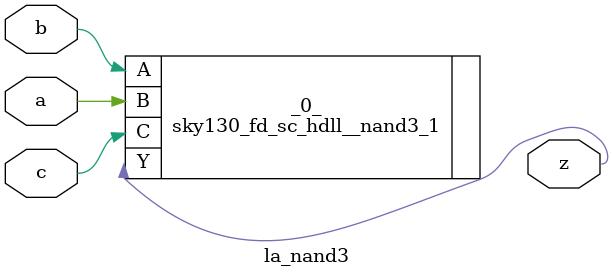
<source format=v>

/* Generated by Yosys 0.37 (git sha1 a5c7f69ed, clang 14.0.0-1ubuntu1.1 -fPIC -Os) */

module la_nand3(a, b, c, z);
  input a;
  wire a;
  input b;
  wire b;
  input c;
  wire c;
  output z;
  wire z;
  sky130_fd_sc_hdll__nand3_1 _0_ (
    .A(b),
    .B(a),
    .C(c),
    .Y(z)
  );
endmodule

</source>
